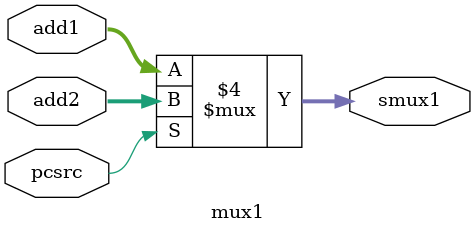
<source format=v>
module mux1
(
	input pcsrc,
	input [31:0] add1, add2,
	output reg [31:0] smux1
);

always @*
begin
	if (pcsrc == 1'b1)
		begin
			smux1 <= add2;
		end
	else
		begin
			smux1 <= add1;
		end
end
endmodule 
</source>
